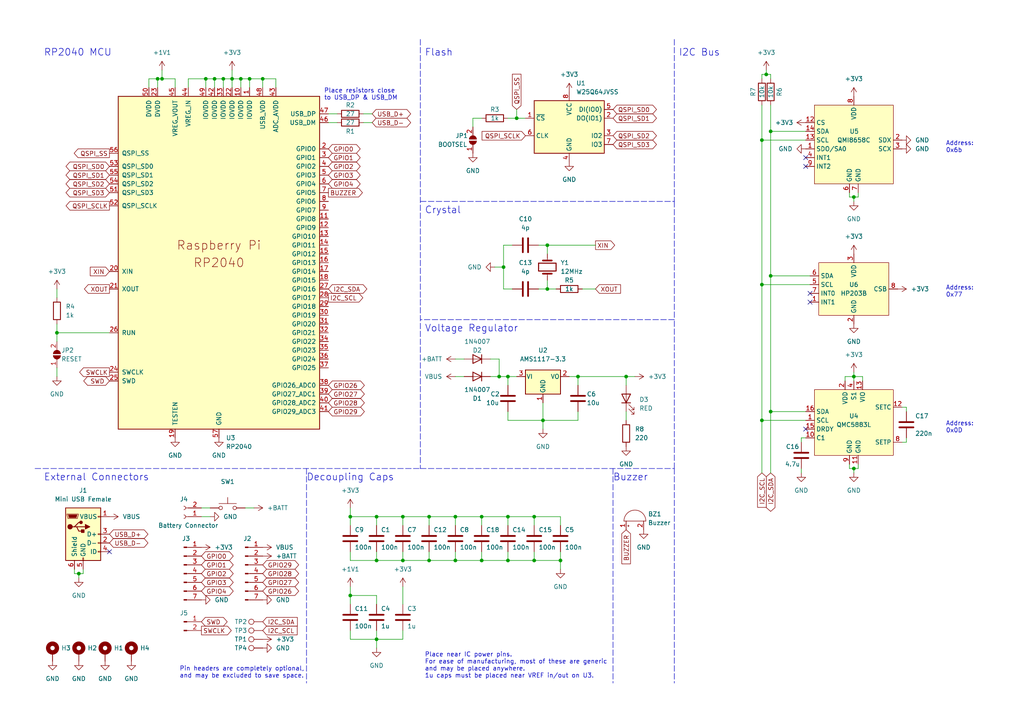
<source format=kicad_sch>
(kicad_sch (version 20211123) (generator eeschema)
  (paper "A4")
  (title_block (title "Bob Main Board") (date "2022-07-03") (rev "3B") (company "York Aerospace & Rocketry") (comment 1 "22/08/22 WH") (comment 3 "For Comment") (comment 4 "BOB_SCH"))
  (junction (at 76.2 22.86))
  (junction (at 147.32 109.22))
  (junction (at 220.98 121.92))
  (junction (at 45.72 22.86))
  (junction (at 59.69 22.86))
  (junction (at 154.94 162.56))
  (junction (at 116.84 149.86))
  (junction (at 22.86 166.37))
  (junction (at 139.7 162.56))
  (junction (at 132.08 149.86))
  (junction (at 154.94 149.86))
  (junction (at 158.75 71.12))
  (junction (at 101.6 149.86))
  (junction (at 124.46 162.56))
  (junction (at 101.6 172.72))
  (junction (at 220.98 82.55))
  (junction (at 181.61 109.22))
  (junction (at 220.98 40.64))
  (junction (at 146.05 77.47))
  (junction (at 167.64 109.22))
  (junction (at 247.65 57.15))
  (junction (at 223.52 38.1))
  (junction (at 223.52 119.38))
  (junction (at 109.22 185.42))
  (junction (at 109.22 162.56))
  (junction (at 247.65 109.22))
  (junction (at 147.32 162.56))
  (junction (at 158.75 83.82))
  (junction (at 16.51 96.52))
  (junction (at 67.31 22.86))
  (junction (at 149.86 34.29))
  (junction (at 132.08 162.56))
  (junction (at 109.22 149.86))
  (junction (at 62.23 22.86))
  (junction (at 64.77 22.86))
  (junction (at 247.65 135.89))
  (junction (at 144.78 109.22))
  (junction (at 222.25 21.59))
  (junction (at 72.39 22.86))
  (junction (at 69.85 22.86))
  (junction (at 147.32 149.86))
  (junction (at 157.48 121.92))
  (junction (at 162.56 162.56))
  (junction (at 223.52 80.01))
  (junction (at 124.46 149.86))
  (junction (at 139.7 149.86))
  (junction (at 116.84 162.56))
  (junction (at 46.99 22.86))
  (no_connect (at 233.68 124.46))
  (no_connect (at 234.95 85.09))
  (no_connect (at 234.95 87.63))
  (no_connect (at 233.68 48.26))
  (no_connect (at 233.68 45.72))
  (no_connect (at 31.75 160.02))
  (wire (pts (xy 101.6 149.86) (xy 109.22 149.86)))
  (wire (pts (xy 147.32 162.56) (xy 154.94 162.56)))
  (wire (pts (xy 109.22 172.72) (xy 109.22 175.26)))
  (polyline (pts (xy 195.58 11.43) (xy 195.58 58.42)))
  (wire (pts (xy 220.98 121.92) (xy 220.98 137.16)))
  (polyline (pts (xy 121.92 11.43) (xy 121.92 135.89)))
  (wire (pts (xy 247.65 135.89) (xy 247.65 137.16)))
  (wire (pts (xy 132.08 162.56) (xy 139.7 162.56)))
  (wire (pts (xy 162.56 160.02) (xy 162.56 162.56)))
  (polyline (pts (xy 195.58 135.89) (xy 195.58 198.12)))
  (wire (pts (xy 223.52 38.1) (xy 223.52 80.01)))
  (wire (pts (xy 223.52 80.01) (xy 234.95 80.01)))
  (wire (pts (xy 46.99 22.86) (xy 45.72 22.86)))
  (wire (pts (xy 222.25 21.59) (xy 223.52 21.59)))
  (wire (pts (xy 156.21 83.82) (xy 158.75 83.82)))
  (wire (pts (xy 76.2 22.86) (xy 76.2 25.4)))
  (wire (pts (xy 139.7 149.86) (xy 147.32 149.86)))
  (wire (pts (xy 132.08 149.86) (xy 139.7 149.86)))
  (wire (pts (xy 146.05 71.12) (xy 146.05 77.47)))
  (wire (pts (xy 72.39 22.86) (xy 76.2 22.86)))
  (wire (pts (xy 246.38 134.62) (xy 246.38 135.89)))
  (wire (pts (xy 109.22 149.86) (xy 116.84 149.86)))
  (wire (pts (xy 101.6 185.42) (xy 101.6 182.88)))
  (wire (pts (xy 247.65 107.95) (xy 247.65 109.22)))
  (wire (pts (xy 154.94 162.56) (xy 162.56 162.56)))
  (wire (pts (xy 95.25 33.02) (xy 97.79 33.02)))
  (wire (pts (xy 16.51 96.52) (xy 16.51 99.06)))
  (wire (pts (xy 154.94 149.86) (xy 154.94 152.4)))
  (polyline (pts (xy 121.92 135.89) (xy 195.58 135.89)))
  (wire (pts (xy 154.94 160.02) (xy 154.94 162.56)))
  (wire (pts (xy 162.56 165.1) (xy 162.56 162.56)))
  (wire (pts (xy 76.2 22.86) (xy 80.01 22.86)))
  (wire (pts (xy 154.94 149.86) (xy 162.56 149.86)))
  (wire (pts (xy 220.98 21.59) (xy 222.25 21.59)))
  (polyline (pts (xy 195.58 92.71) (xy 121.92 92.71)))
  (wire (pts (xy 220.98 82.55) (xy 234.95 82.55)))
  (wire (pts (xy 223.52 30.48) (xy 223.52 38.1)))
  (wire (pts (xy 220.98 30.48) (xy 220.98 40.64)))
  (wire (pts (xy 109.22 185.42) (xy 116.84 185.42)))
  (wire (pts (xy 109.22 160.02) (xy 109.22 162.56)))
  (wire (pts (xy 158.75 71.12) (xy 172.72 71.12)))
  (wire (pts (xy 232.41 127) (xy 233.68 127)))
  (wire (pts (xy 124.46 160.02) (xy 124.46 162.56)))
  (wire (pts (xy 261.62 118.11) (xy 262.89 118.11)))
  (wire (pts (xy 69.85 22.86) (xy 69.85 25.4)))
  (wire (pts (xy 43.18 25.4) (xy 43.18 22.86)))
  (wire (pts (xy 139.7 34.29) (xy 137.16 34.29)))
  (wire (pts (xy 58.42 149.86) (xy 60.96 149.86)))
  (wire (pts (xy 116.84 185.42) (xy 116.84 182.88)))
  (wire (pts (xy 158.75 83.82) (xy 161.29 83.82)))
  (wire (pts (xy 147.32 121.92) (xy 147.32 119.38)))
  (wire (pts (xy 137.16 34.29) (xy 137.16 36.83)))
  (wire (pts (xy 101.6 149.86) (xy 101.6 152.4)))
  (wire (pts (xy 144.78 109.22) (xy 147.32 109.22)))
  (wire (pts (xy 43.18 22.86) (xy 45.72 22.86)))
  (wire (pts (xy 116.84 162.56) (xy 124.46 162.56)))
  (wire (pts (xy 132.08 149.86) (xy 132.08 152.4)))
  (wire (pts (xy 109.22 162.56) (xy 116.84 162.56)))
  (wire (pts (xy 158.75 73.66) (xy 158.75 71.12)))
  (wire (pts (xy 124.46 149.86) (xy 124.46 152.4)))
  (wire (pts (xy 50.8 22.86) (xy 46.99 22.86)))
  (wire (pts (xy 116.84 149.86) (xy 116.84 152.4)))
  (polyline (pts (xy 10.16 135.89) (xy 121.92 135.89)))
  (wire (pts (xy 16.51 83.82) (xy 16.51 86.36)))
  (wire (pts (xy 220.98 40.64) (xy 233.68 40.64)))
  (wire (pts (xy 69.85 22.86) (xy 72.39 22.86)))
  (wire (pts (xy 247.65 57.15) (xy 248.92 57.15)))
  (wire (pts (xy 116.84 170.18) (xy 116.84 175.26)))
  (polyline (pts (xy 121.92 58.42) (xy 195.58 58.42)))
  (wire (pts (xy 167.64 109.22) (xy 181.61 109.22)))
  (wire (pts (xy 101.6 172.72) (xy 101.6 175.26)))
  (wire (pts (xy 16.51 93.98) (xy 16.51 96.52)))
  (wire (pts (xy 50.8 25.4) (xy 50.8 22.86)))
  (wire (pts (xy 143.51 77.47) (xy 146.05 77.47)))
  (wire (pts (xy 147.32 149.86) (xy 154.94 149.86)))
  (wire (pts (xy 146.05 77.47) (xy 146.05 83.82)))
  (wire (pts (xy 232.41 128.27) (xy 232.41 127)))
  (wire (pts (xy 146.05 83.82) (xy 148.59 83.82)))
  (wire (pts (xy 62.23 22.86) (xy 64.77 22.86)))
  (wire (pts (xy 246.38 135.89) (xy 247.65 135.89)))
  (wire (pts (xy 101.6 172.72) (xy 109.22 172.72)))
  (wire (pts (xy 116.84 160.02) (xy 116.84 162.56)))
  (wire (pts (xy 62.23 22.86) (xy 62.23 25.4)))
  (wire (pts (xy 132.08 160.02) (xy 132.08 162.56)))
  (wire (pts (xy 101.6 162.56) (xy 109.22 162.56)))
  (wire (pts (xy 16.51 106.68) (xy 16.51 109.22)))
  (wire (pts (xy 132.08 104.14) (xy 134.62 104.14)))
  (wire (pts (xy 157.48 121.92) (xy 157.48 124.46)))
  (wire (pts (xy 247.65 109.22) (xy 247.65 110.49)))
  (wire (pts (xy 223.52 38.1) (xy 233.68 38.1)))
  (wire (pts (xy 109.22 182.88) (xy 109.22 185.42)))
  (wire (pts (xy 59.69 22.86) (xy 62.23 22.86)))
  (wire (pts (xy 167.64 109.22) (xy 167.64 111.76)))
  (wire (pts (xy 116.84 149.86) (xy 124.46 149.86)))
  (wire (pts (xy 248.92 57.15) (xy 248.92 55.88)))
  (wire (pts (xy 64.77 22.86) (xy 67.31 22.86)))
  (wire (pts (xy 22.86 166.37) (xy 24.13 166.37)))
  (wire (pts (xy 220.98 82.55) (xy 220.98 121.92)))
  (wire (pts (xy 248.92 135.89) (xy 248.92 134.62)))
  (wire (pts (xy 139.7 149.86) (xy 139.7 152.4)))
  (wire (pts (xy 124.46 149.86) (xy 132.08 149.86)))
  (polyline (pts (xy 195.58 135.89) (xy 195.58 92.71)))
  (wire (pts (xy 59.69 25.4) (xy 59.69 22.86)))
  (wire (pts (xy 21.59 166.37) (xy 22.86 166.37)))
  (wire (pts (xy 181.61 109.22) (xy 181.61 111.76)))
  (wire (pts (xy 139.7 162.56) (xy 147.32 162.56)))
  (wire (pts (xy 147.32 111.76) (xy 147.32 109.22)))
  (wire (pts (xy 245.11 109.22) (xy 247.65 109.22)))
  (wire (pts (xy 24.13 165.1) (xy 24.13 166.37)))
  (wire (pts (xy 181.61 121.92) (xy 181.61 119.38)))
  (wire (pts (xy 247.65 58.42) (xy 247.65 57.15)))
  (wire (pts (xy 223.52 119.38) (xy 223.52 137.16)))
  (wire (pts (xy 149.86 31.75) (xy 149.86 34.29)))
  (polyline (pts (xy 88.9 135.89) (xy 88.9 198.12)))
  (wire (pts (xy 21.59 165.1) (xy 21.59 166.37)))
  (wire (pts (xy 168.91 83.82) (xy 172.72 83.82)))
  (wire (pts (xy 147.32 121.92) (xy 157.48 121.92)))
  (wire (pts (xy 105.41 33.02) (xy 107.95 33.02)))
  (wire (pts (xy 67.31 22.86) (xy 67.31 25.4)))
  (wire (pts (xy 147.32 149.86) (xy 147.32 152.4)))
  (wire (pts (xy 157.48 121.92) (xy 167.64 121.92)))
  (wire (pts (xy 245.11 110.49) (xy 245.11 109.22)))
  (wire (pts (xy 58.42 147.32) (xy 60.96 147.32)))
  (wire (pts (xy 22.86 167.64) (xy 22.86 166.37)))
  (wire (pts (xy 162.56 149.86) (xy 162.56 152.4)))
  (wire (pts (xy 247.65 109.22) (xy 250.19 109.22)))
  (wire (pts (xy 247.65 135.89) (xy 248.92 135.89)))
  (wire (pts (xy 101.6 170.18) (xy 101.6 172.72)))
  (wire (pts (xy 165.1 109.22) (xy 167.64 109.22)))
  (wire (pts (xy 45.72 22.86) (xy 45.72 25.4)))
  (wire (pts (xy 222.25 21.59) (xy 222.25 20.32)))
  (wire (pts (xy 246.38 57.15) (xy 247.65 57.15)))
  (wire (pts (xy 101.6 160.02) (xy 101.6 162.56)))
  (wire (pts (xy 220.98 22.86) (xy 220.98 21.59)))
  (wire (pts (xy 156.21 71.12) (xy 158.75 71.12)))
  (wire (pts (xy 250.19 109.22) (xy 250.19 110.49)))
  (wire (pts (xy 124.46 162.56) (xy 132.08 162.56)))
  (wire (pts (xy 149.86 34.29) (xy 152.4 34.29)))
  (wire (pts (xy 67.31 22.86) (xy 69.85 22.86)))
  (wire (pts (xy 54.61 25.4) (xy 54.61 22.86)))
  (wire (pts (xy 101.6 147.32) (xy 101.6 149.86)))
  (wire (pts (xy 54.61 22.86) (xy 59.69 22.86)))
  (wire (pts (xy 132.08 109.22) (xy 134.62 109.22)))
  (wire (pts (xy 147.32 160.02) (xy 147.32 162.56)))
  (wire (pts (xy 147.32 109.22) (xy 149.86 109.22)))
  (wire (pts (xy 144.78 104.14) (xy 142.24 104.14)))
  (wire (pts (xy 95.25 35.56) (xy 97.79 35.56)))
  (wire (pts (xy 64.77 22.86) (xy 64.77 25.4)))
  (wire (pts (xy 46.99 20.32) (xy 46.99 22.86)))
  (wire (pts (xy 220.98 40.64) (xy 220.98 82.55)))
  (wire (pts (xy 16.51 96.52) (xy 31.75 96.52)))
  (wire (pts (xy 158.75 81.28) (xy 158.75 83.82)))
  (wire (pts (xy 109.22 185.42) (xy 109.22 187.96)))
  (wire (pts (xy 80.01 22.86) (xy 80.01 25.4)))
  (wire (pts (xy 261.62 128.27) (xy 262.89 128.27)))
  (wire (pts (xy 71.12 147.32) (xy 73.66 147.32)))
  (wire (pts (xy 262.89 128.27) (xy 262.89 127)))
  (wire (pts (xy 223.52 80.01) (xy 223.52 119.38)))
  (wire (pts (xy 148.59 71.12) (xy 146.05 71.12)))
  (wire (pts (xy 67.31 20.32) (xy 67.31 22.86)))
  (wire (pts (xy 220.98 121.92) (xy 233.68 121.92)))
  (wire (pts (xy 147.32 34.29) (xy 149.86 34.29)))
  (polyline (pts (xy 195.58 58.42) (xy 195.58 92.71)))
  (wire (pts (xy 139.7 160.02) (xy 139.7 162.56)))
  (wire (pts (xy 109.22 149.86) (xy 109.22 152.4)))
  (wire (pts (xy 157.48 116.84) (xy 157.48 121.92)))
  (wire (pts (xy 181.61 109.22) (xy 184.15 109.22)))
  (wire (pts (xy 223.52 21.59) (xy 223.52 22.86)))
  (wire (pts (xy 246.38 55.88) (xy 246.38 57.15)))
  (wire (pts (xy 142.24 109.22) (xy 144.78 109.22)))
  (wire (pts (xy 223.52 119.38) (xy 233.68 119.38)))
  (wire (pts (xy 232.41 135.89) (xy 232.41 137.16)))
  (polyline (pts (xy 177.8 135.89) (xy 177.8 198.12)))
  (wire (pts (xy 72.39 22.86) (xy 72.39 25.4)))
  (wire (pts (xy 262.89 118.11) (xy 262.89 119.38)))
  (wire (pts (xy 105.41 35.56) (xy 107.95 35.56)))
  (wire (pts (xy 109.22 185.42) (xy 101.6 185.42)))
  (wire (pts (xy 167.64 121.92) (xy 167.64 119.38)))
  (wire (pts (xy 144.78 109.22) (xy 144.78 104.14)))
  (text "Crystal\n" (at 123.19 62.23 0) (effects (font (size 2 2)) (justify left bottom)))
  (text "Flash" (at 123.19 16.51 0) (effects (font (size 2 2)) (justify left bottom)))
  (text "Decoupling Caps" (at 88.9 139.7 0) (effects (font (size 2 2)) (justify left bottom)))
  (text "External Connectors" (at 12.7 139.7 0) (effects (font (size 2 2)) (justify left bottom)))
  (text "Address:\n0x77" (at 274.32 86.36 0) (effects (font (size 1.27 1.27)) (justify left bottom)))
  (text "Address:\n0x6b" (at 274.32 44.45 0) (effects (font (size 1.27 1.27)) (justify left bottom)))
  (text "Place resistors close \nto USB_DP & USB_DM" (at 93.98 29.21 0) (effects (font (size 1.27 1.27)) (justify left bottom)))
  (text "Address:\n0x0D" (at 274.32 125.73 0) (effects (font (size 1.27 1.27)) (justify left bottom)))
  (text "RP2040 MCU" (at 12.7 16.51 0) (effects (font (size 2 2)) (justify left bottom)))
  (text "Pin headers are completely optional, \nand may be excluded to save space." (at 52.07 196.85 0) (effects (font (size 1.27 1.27)) (justify left bottom)))
  (text "Place near IC power pins. \nFor ease of manufacturing, most of these are generic\nand may be placed anywhere.\n1u caps must be placed near VREF in/out on U3." (at 123.19 196.85 0) (effects (font (size 1.27 1.27)) (justify left bottom)))
  (text "I2C Bus" (at 196.85 16.51 0) (effects (font (size 2 2)) (justify left bottom)))
  (text "Buzzer" (at 177.8 139.7 0) (effects (font (size 2 2)) (justify left bottom)))
  (text "Voltage Regulator" (at 123.19 96.52 0) (effects (font (size 2 2)) (justify left bottom)))
  (global_label "XOUT" (shape output) (at 31.75 83.82 180) (property "Intersheet References" "${INTERSHEET_REFS}" (effects hide)))
  (global_label "SWD" (shape bidirectional) (at 31.75 110.49 180) (property "Intersheet References" "${INTERSHEET_REFS}" (effects hide)))
  (global_label "GPIO26" (shape bidirectional) (at 76.2 171.45 0) (property "Intersheet References" "${INTERSHEET_REFS}" (effects hide)))
  (global_label "BUZZER" (shape output) (at 95.25 55.88 0) (property "Intersheet References" "${INTERSHEET_REFS}" (effects hide)))
  (global_label "QSPI_SD3" (shape bidirectional) (at 31.75 55.88 180) (property "Intersheet References" "${INTERSHEET_REFS}" (effects hide)))
  (global_label "XIN" (shape input) (at 31.75 78.74 180) (property "Intersheet References" "${INTERSHEET_REFS}" (effects hide)))
  (global_label "GPIO0" (shape bidirectional) (at 95.25 43.18 0) (property "Intersheet References" "${INTERSHEET_REFS}" (effects hide)))
  (global_label "QSPI_SD1" (shape bidirectional) (at 177.8 34.29 0) (property "Intersheet References" "${INTERSHEET_REFS}" (effects hide)))
  (global_label "QSPI_SD2" (shape bidirectional) (at 31.75 53.34 180) (property "Intersheet References" "${INTERSHEET_REFS}" (effects hide)))
  (global_label "USB_D+" (shape bidirectional) (at 107.95 33.02 0) (property "Intersheet References" "${INTERSHEET_REFS}" (effects hide)))
  (global_label "GPIO4" (shape bidirectional) (at 58.42 171.45 0) (property "Intersheet References" "${INTERSHEET_REFS}" (effects hide)))
  (global_label "QSPI_SCLK" (shape input) (at 152.4 39.37 180) (property "Intersheet References" "${INTERSHEET_REFS}" (effects hide)))
  (global_label "USB_D+" (shape bidirectional) (at 31.75 154.94 0) (property "Intersheet References" "${INTERSHEET_REFS}" (effects hide)))
  (global_label "GPIO28" (shape bidirectional) (at 76.2 166.37 0) (property "Intersheet References" "${INTERSHEET_REFS}" (effects hide)))
  (global_label "QSPI_SS" (shape input) (at 149.86 31.75 90) (property "Intersheet References" "${INTERSHEET_REFS}" (effects hide)))
  (global_label "GPIO29" (shape bidirectional) (at 95.25 119.38 0) (property "Intersheet References" "${INTERSHEET_REFS}" (effects hide)))
  (global_label "QSPI_SD3" (shape bidirectional) (at 177.8 41.91 0) (property "Intersheet References" "${INTERSHEET_REFS}" (effects hide)))
  (global_label "SWD" (shape bidirectional) (at 58.42 180.34 0) (property "Intersheet References" "${INTERSHEET_REFS}" (effects hide)))
  (global_label "GPIO2" (shape bidirectional) (at 58.42 166.37 0) (property "Intersheet References" "${INTERSHEET_REFS}" (effects hide)))
  (global_label "I2C_SCL" (shape input) (at 76.2 182.88 0) (property "Intersheet References" "${INTERSHEET_REFS}" (effects hide)))
  (global_label "QSPI_SS" (shape output) (at 31.75 44.45 180) (property "Intersheet References" "${INTERSHEET_REFS}" (effects hide)))
  (global_label "USB_D-" (shape bidirectional) (at 107.95 35.56 0) (property "Intersheet References" "${INTERSHEET_REFS}" (effects hide)))
  (global_label "GPIO28" (shape bidirectional) (at 95.25 116.84 0) (property "Intersheet References" "${INTERSHEET_REFS}" (effects hide)))
  (global_label "QSPI_SD0" (shape bidirectional) (at 177.8 31.75 0) (property "Intersheet References" "${INTERSHEET_REFS}" (effects hide)))
  (global_label "QSPI_SCLK" (shape output) (at 31.75 59.69 180) (property "Intersheet References" "${INTERSHEET_REFS}" (effects hide)))
  (global_label "I2C_SCL" (shape input) (at 220.98 137.16 270) (property "Intersheet References" "${INTERSHEET_REFS}" (effects hide)))
  (global_label "GPIO1" (shape bidirectional) (at 95.25 45.72 0) (property "Intersheet References" "${INTERSHEET_REFS}" (effects hide)))
  (global_label "QSPI_SD2" (shape bidirectional) (at 177.8 39.37 0) (property "Intersheet References" "${INTERSHEET_REFS}" (effects hide)))
  (global_label "GPIO27" (shape bidirectional) (at 76.2 168.91 0) (property "Intersheet References" "${INTERSHEET_REFS}" (effects hide)))
  (global_label "QSPI_SD1" (shape bidirectional) (at 31.75 50.8 180) (property "Intersheet References" "${INTERSHEET_REFS}" (effects hide)))
  (global_label "GPIO29" (shape bidirectional) (at 76.2 163.83 0) (property "Intersheet References" "${INTERSHEET_REFS}" (effects hide)))
  (global_label "GPIO3" (shape bidirectional) (at 58.42 168.91 0) (property "Intersheet References" "${INTERSHEET_REFS}" (effects hide)))
  (global_label "XIN" (shape output) (at 172.72 71.12 0) (property "Intersheet References" "${INTERSHEET_REFS}" (effects hide)))
  (global_label "SWCLK" (shape output) (at 58.42 182.88 0) (property "Intersheet References" "${INTERSHEET_REFS}" (effects hide)))
  (global_label "I2C_SDA" (shape bidirectional) (at 95.25 83.82 0) (property "Intersheet References" "${INTERSHEET_REFS}" (effects hide)))
  (global_label "GPIO2" (shape bidirectional) (at 95.25 48.26 0) (property "Intersheet References" "${INTERSHEET_REFS}" (effects hide)))
  (global_label "XOUT" (shape input) (at 172.72 83.82 0) (property "Intersheet References" "${INTERSHEET_REFS}" (effects hide)))
  (global_label "USB_D-" (shape bidirectional) (at 31.75 157.48 0) (property "Intersheet References" "${INTERSHEET_REFS}" (effects hide)))
  (global_label "I2C_SCL" (shape output) (at 95.25 86.36 0) (property "Intersheet References" "${INTERSHEET_REFS}" (effects hide)))
  (global_label "I2C_SDA" (shape bidirectional) (at 223.52 137.16 270) (property "Intersheet References" "${INTERSHEET_REFS}" (effects hide)))
  (global_label "GPIO1" (shape bidirectional) (at 58.42 163.83 0) (property "Intersheet References" "${INTERSHEET_REFS}" (effects hide)))
  (global_label "GPIO3" (shape bidirectional) (at 95.25 50.8 0) (property "Intersheet References" "${INTERSHEET_REFS}" (effects hide)))
  (global_label "GPIO26" (shape bidirectional) (at 95.25 111.76 0) (property "Intersheet References" "${INTERSHEET_REFS}" (effects hide)))
  (global_label "GPIO4" (shape bidirectional) (at 95.25 53.34 0) (property "Intersheet References" "${INTERSHEET_REFS}" (effects hide)))
  (global_label "BUZZER" (shape input) (at 181.61 153.67 270) (property "Intersheet References" "${INTERSHEET_REFS}" (effects hide)))
  (global_label "I2C_SDA" (shape input) (at 76.2 180.34 0) (property "Intersheet References" "${INTERSHEET_REFS}" (effects hide)))
  (global_label "QSPI_SD0" (shape bidirectional) (at 31.75 48.26 180) (property "Intersheet References" "${INTERSHEET_REFS}" (effects hide)))
  (global_label "SWCLK" (shape output) (at 31.75 107.95 180) (property "Intersheet References" "${INTERSHEET_REFS}" (effects hide)))
  (global_label "GPIO0" (shape bidirectional) (at 58.42 161.29 0) (property "Intersheet References" "${INTERSHEET_REFS}" (effects hide)))
  (global_label "GPIO27" (shape bidirectional) (at 95.25 114.3 0) (property "Intersheet References" "${INTERSHEET_REFS}" (effects hide)))
  (symbol (lib_id "power:GND") (at 162.56 165.1 0) (unit 1)
    (property "Reference" "#PWR0108" (effects hide))
    (property "Value" "GND" (at 162.56 170.18 0))
  )
  (symbol (lib_id "Device:C") (at 109.22 156.21 0) (unit 1)
    (property "Reference" "C1" (at 110.49 153.67 0) (effects (justify left)))
    (property "Value" "100n" (at 110.49 158.75 0) (effects (justify left)))
    (property "Footprint" "Capacitor_SMD:C_0603_1608Metric" (effects hide))
    (property "LCSC" "C14663" (effects hide))
    (property "JLC" "0603" (effects hide))
  )
  (symbol (lib_id "Jumper:SolderJumper_2_Open") (at 16.51 102.87 90) (unit 1)
    (property "Reference" "JP2" (at 17.78 101.6 90) (effects (justify right)))
    (property "Value" "RESET" (at 17.78 104.14 90) (effects (justify right)))
    (property "Footprint" "Jumper:SolderJumper-2_P1.3mm_Open_RoundedPad1.0x1.5mm" (effects hide))
    (property "JLC" "-" (effects hide))
    (property "LCSC" "-" (effects hide))
  )
  (symbol (lib_id "power:+3.3V") (at 184.15 109.22 270) (unit 1)
    (property "Reference" "#PWR0103" (effects hide))
    (property "Value" "+3.3V" (at 187.96 109.2199 90) (effects (justify left)))
  )
  (symbol (lib_id "Device:C") (at 147.32 156.21 0) (unit 1)
    (property "Reference" "C14" (at 148.59 153.67 0) (effects (justify left)))
    (property "Value" "100n" (at 148.59 158.75 0) (effects (justify left)))
    (property "Footprint" "Capacitor_SMD:C_0603_1608Metric" (effects hide))
    (property "LCSC" "C14663" (effects hide))
    (property "JLC" "0603" (effects hide))
  )
  (symbol (lib_id "power:+3.3V") (at 101.6 147.32 0) (unit 1)
    (property "Reference" "#PWR0123" (effects hide))
    (property "Value" "+3.3V" (at 101.6 142.24 0))
  )
  (symbol (lib_id "Device:R") (at 165.1 83.82 90) (unit 1)
    (property "Reference" "R5" (at 165.1 81.28 90))
    (property "Value" "1k" (at 165.1 83.82 90))
    (property "Footprint" "Resistor_SMD:R_0603_1608Metric" (effects hide))
    (property "JLC" "0603" (effects hide))
    (property "LCSC" "C21190" (effects hide))
  )
  (symbol (lib_id "Device:C") (at 152.4 83.82 90) (unit 1)
    (property "Reference" "C13" (at 152.4 76.2 90))
    (property "Value" "4p" (at 152.4 78.74 90))
    (property "Footprint" "Capacitor_SMD:C_0603_1608Metric" (effects hide))
    (property "LCSC" "C2312234" (effects hide))
    (property "JLC" "0603" (effects hide))
  )
  (symbol (lib_id "power:+1V1") (at 46.99 20.32 0) (unit 1)
    (property "Reference" "#PWR0109" (effects hide))
    (property "Value" "+1V1" (at 46.99 15.24 0))
  )
  (symbol (lib_id "Device:LED") (at 181.61 115.57 90) (unit 1)
    (property "Reference" "D3" (at 185.42 115.8874 90) (effects (justify right)))
    (property "Value" "RED" (at 185.42 118.4274 90) (effects (justify right)))
    (property "Footprint" "LED_THT:LED_D3.0mm" (effects hide))
    (property "JLC" "DNF" (effects hide))
    (property "LCSC" "DNF" (effects hide))
  )
  (symbol (lib_id "Device:R") (at 16.51 90.17 0) (unit 1)
    (property "Reference" "R4" (at 19.05 88.8999 0) (effects (justify left)))
    (property "Value" "1k" (at 19.05 91.4399 0) (effects (justify left)))
    (property "Footprint" "Resistor_SMD:R_0603_1608Metric" (effects hide))
    (property "JLC" "0603" (effects hide))
    (property "LCSC" "C21190" (effects hide))
  )
  (symbol (lib_id "power:GND") (at 38.1 191.77 0) (unit 1)
    (property "Reference" "#PWR0138" (effects hide))
    (property "Value" "GND" (at 38.1 196.85 0))
  )
  (symbol (lib_id "power:GND") (at 143.51 77.47 270) (unit 1)
    (property "Reference" "#PWR0101" (effects hide))
    (property "Value" "GND" (at 139.7 77.4699 90) (effects (justify right)))
  )
  (symbol (lib_id "power:+3.3V") (at 58.42 158.75 270) (unit 1)
    (property "Reference" "#PWR0135" (effects hide))
    (property "Value" "+3.3V" (at 62.23 158.7499 90) (effects (justify left)))
  )
  (symbol (lib_id "power:+3.3V") (at 247.65 27.94 0) (unit 1)
    (property "Reference" "#PWR0106" (effects hide))
    (property "Value" "+3.3V" (at 247.65 22.86 0))
  )
  (symbol (lib_id "Device:R") (at 223.52 26.67 180) (unit 1)
    (property "Reference" "R6" (at 226.06 26.67 90))
    (property "Value" "10k" (at 223.52 26.67 90))
    (property "Footprint" "Resistor_SMD:R_0603_1608Metric" (effects hide))
    (property "JLC" "0603" (effects hide))
    (property "LCSC" "C25804 " (effects hide))
  )
  (symbol (lib_id "power:GND") (at 22.86 191.77 0) (unit 1)
    (property "Reference" "#PWR0139" (effects hide))
    (property "Value" "GND" (at 22.86 196.85 0))
  )
  (symbol (lib_id "power:+3.3V") (at 165.1 26.67 0) (unit 1)
    (property "Reference" "#PWR0104" (effects hide))
    (property "Value" "+3.3V" (at 165.1 21.59 0))
  )
  (symbol (lib_id "Connector:TestPoint") (at 76.2 182.88 90) (unit 1)
    (property "Reference" "TP3" (at 69.85 182.88 90))
    (property "Value" "TestPoint" (effects hide))
    (property "Footprint" "TestPoint:TestPoint_Pad_D1.0mm" (effects hide))
    (property "JLC" "-" (effects hide))
    (property "LCSC" "-" (effects hide))
  )
  (symbol (lib_id "Device:C") (at 116.84 179.07 0) (unit 1)
    (property "Reference" "C3" (at 118.11 176.53 0) (effects (justify left)))
    (property "Value" "1u" (at 118.11 181.61 0) (effects (justify left)))
    (property "Footprint" "Capacitor_SMD:C_0603_1608Metric" (effects hide))
    (property "LCSC" "C23969" (effects hide))
    (property "JLC" "0603" (effects hide))
  )
  (symbol (lib_id "Device:C") (at 101.6 156.21 0) (unit 1)
    (property "Reference" "C9" (at 102.87 153.67 0) (effects (justify left)))
    (property "Value" "100n" (at 102.87 158.75 0) (effects (justify left)))
    (property "Footprint" "Capacitor_SMD:C_0603_1608Metric" (effects hide))
    (property "LCSC" "C14663" (effects hide))
    (property "JLC" "0603" (effects hide))
  )
  (symbol (lib_id "power:+3.3V") (at 16.51 83.82 0) (unit 1)
    (property "Reference" "#PWR0111" (effects hide))
    (property "Value" "+3.3V" (at 16.51 78.74 0))
  )
  (symbol (lib_id "Connector:Conn_01x02_Male") (at 53.34 180.34 0) (unit 1)
    (property "Reference" "J5" (at 53.34 177.8 0))
    (property "Value" "Conn_01x03_Male" (effects hide))
    (property "Footprint" "Connector_PinHeader_2.54mm:PinHeader_1x02_P2.54mm_Vertical" (effects hide))
    (property "JLC" "DNF" (effects hide))
    (property "LCSC" "DNF" (effects hide))
  )
  (symbol (lib_id "power:GND") (at 76.2 187.96 90) (unit 1)
    (property "Reference" "#PWR0143" (effects hide))
    (property "Value" "GND" (at 80.01 187.9599 90) (effects (justify right)))
  )
  (symbol (lib_id "Device:C") (at 132.08 156.21 0) (unit 1)
    (property "Reference" "C8" (at 133.35 153.67 0) (effects (justify left)))
    (property "Value" "100n" (at 133.35 158.75 0) (effects (justify left)))
    (property "Footprint" "Capacitor_SMD:C_0603_1608Metric" (effects hide))
    (property "LCSC" "C14663" (effects hide))
    (property "JLC" "0603" (effects hide))
  )
  (symbol (lib_id "power:GND") (at 137.16 44.45 0) (unit 1)
    (property "Reference" "#PWR0110" (effects hide))
    (property "Value" "GND" (at 137.16 49.53 0))
  )
  (symbol (lib_id "Device:R") (at 101.6 33.02 90) (unit 1)
    (property "Reference" "R2" (at 101.6 30.48 90))
    (property "Value" "27" (at 101.6 33.02 90))
    (property "Footprint" "Resistor_SMD:R_0603_1608Metric_Pad0.98x0.95mm_HandSolder" (effects hide))
    (property "JLC" "0603" (effects hide))
    (property "LCSC" "C25190" (effects hide))
  )
  (symbol (lib_id "power:GND") (at 261.62 40.64 90) (unit 1)
    (property "Reference" "#PWR0149" (effects hide))
    (property "Value" "GND" (at 265.43 40.6399 90) (effects (justify right)))
  )
  (symbol (lib_id "power:GND") (at 58.42 173.99 90) (unit 1)
    (property "Reference" "#PWR0136" (effects hide))
    (property "Value" "GND" (at 62.23 173.9899 90) (effects (justify right)))
  )
  (symbol (lib_id "power:GND") (at 232.41 137.16 0) (unit 1)
    (property "Reference" "#PWR0147" (effects hide))
    (property "Value" "GND" (at 232.41 142.24 0))
  )
  (symbol (lib_id "Memory_Flash:W25Q32JVSS") (at 165.1 36.83 0) (unit 1)
    (property "Reference" "U1" (at 167.1194 24.13 0) (effects (justify left)))
    (property "Value" "W25Q64JVSS" (at 167.1194 26.67 0) (effects (justify left)))
    (property "Footprint" "Package_SO:SOIC-8_5.23x5.23mm_P1.27mm" (effects hide))
    (property "Datasheet" "http://www.winbond.com/resource-files/w25q32jv%20revg%2003272018%20plus.pdf" (effects hide))
    (property "JLC" "SOP-8_5.2x5.3x1.27P" (effects hide))
    (property "LCSC" "C83140" (effects hide))
  )
  (symbol (lib_id "power:GND") (at 186.69 153.67 0) (unit 1)
    (property "Reference" "#PWR0133" (effects hide))
    (property "Value" "GND" (at 186.69 158.75 0))
  )
  (symbol (lib_id "power:+3.3V") (at 260.35 83.82 270) (unit 1)
    (property "Reference" "#PWR0141" (effects hide))
    (property "Value" "+3.3V" (at 264.16 83.8199 90) (effects (justify left)))
  )
  (symbol (lib_id "Device:C") (at 147.32 115.57 0) (mirror y) (unit 1)
    (property "Reference" "C2" (at 142.24 114.3 0) (effects (justify right)))
    (property "Value" "10u" (at 140.97 116.84 0) (effects (justify right)))
    (property "Footprint" "Capacitor_SMD:C_0603_1608Metric" (effects hide))
    (property "JLC" "0603" (effects hide))
    (property "LCSC" "C96446" (effects hide))
  )
  (symbol (lib_id "power:GND") (at 165.1 46.99 0) (unit 1)
    (property "Reference" "#PWR0105" (effects hide))
    (property "Value" "GND" (at 165.1 52.07 0))
  )
  (symbol (lib_id "Mechanical:MountingHole_Pad") (at 15.24 189.23 0) (unit 1)
    (property "Reference" "H3" (at 17.78 187.9599 0) (effects (justify left)))
    (property "Value" "MountingHole_Pad" (effects hide))
    (property "Footprint" "MountingHole:MountingHole_2.2mm_M2_DIN965_Pad" (effects hide))
    (property "JLC" "-" (effects hide))
    (property "LCSC" "-" (effects hide))
  )
  (symbol (lib_id "power:+3.3V") (at 67.31 20.32 0) (unit 1)
    (property "Reference" "#PWR0112" (effects hide))
    (property "Value" "+3.3V" (at 67.31 15.24 0))
  )
  (symbol (lib_id "power:+BATT") (at 73.66 147.32 270) (unit 1)
    (property "Reference" "#PWR0119" (effects hide))
    (property "Value" "+BATT" (at 77.47 147.3199 90) (effects (justify left)))
  )
  (symbol (lib_id "Device:R") (at 101.6 35.56 90) (unit 1)
    (property "Reference" "R1" (at 101.6 38.1 90))
    (property "Value" "27" (at 101.6 35.56 90))
    (property "Footprint" "Resistor_SMD:R_0603_1608Metric_Pad0.98x0.95mm_HandSolder" (effects hide))
    (property "JLC" "0603" (effects hide))
    (property "LCSC" "C25190" (effects hide))
  )
  (symbol (lib_id "power:GND") (at 247.65 137.16 0) (unit 1)
    (property "Reference" "#PWR0148" (effects hide))
    (property "Value" "GND" (at 247.65 142.24 0))
  )
  (symbol (lib_id "power:+BATT") (at 76.2 161.29 270) (mirror x) (unit 1)
    (property "Reference" "#PWR0124" (effects hide))
    (property "Value" "+BATT" (at 80.01 161.2901 90) (effects (justify left)))
  )
  (symbol (lib_id "Switch:SW_Push") (at 66.04 147.32 0) (unit 1)
    (property "Reference" "SW1" (at 66.04 139.7 0))
    (property "Value" "Screw Switch" (effects hide))
    (property "Footprint" "Connector:Screw_Switch_M2" (effects hide))
    (property "JLC" "DNF" (effects hide))
    (property "LCSC" "DNF" (effects hide))
  )
  (symbol (lib_id "power:+3.3V") (at 247.65 107.95 0) (unit 1)
    (property "Reference" "#PWR0146" (effects hide))
    (property "Value" "+3.3V" (at 247.65 102.87 0))
  )
  (symbol (lib_id "power:GND") (at 76.2 173.99 90) (mirror x) (unit 1)
    (property "Reference" "#PWR0127" (effects hide))
    (property "Value" "GND" (at 80.01 173.9901 90) (effects (justify right)))
  )
  (symbol (lib_id "power:GND") (at 16.51 109.22 0) (unit 1)
    (property "Reference" "#PWR0115" (effects hide))
    (property "Value" "GND" (at 16.51 114.3 0))
  )
  (symbol (lib_id "power:GND") (at 63.5 127 0) (unit 1)
    (property "Reference" "#PWR0114" (effects hide))
    (property "Value" "GND" (at 63.5 132.08 0))
  )
  (symbol (lib_id "Device:R") (at 143.51 34.29 90) (unit 1)
    (property "Reference" "R3" (at 143.51 31.75 90))
    (property "Value" "1k" (at 143.51 34.29 90))
    (property "Footprint" "Resistor_SMD:R_0603_1608Metric" (effects hide))
    (property "JLC" "0603" (effects hide))
    (property "LCSC" "C21190" (effects hide))
  )
  (symbol (lib_id "Connector:TestPoint") (at 76.2 187.96 90) (unit 1)
    (property "Reference" "TP4" (at 69.85 187.96 90))
    (property "Value" "TestPoint" (effects hide))
    (property "Footprint" "TestPoint:TestPoint_Pad_D1.0mm" (effects hide))
    (property "JLC" "-" (effects hide))
    (property "LCSC" "-" (effects hide))
  )
  (symbol (lib_id "Connector:Conn_01x02_Female") (at 53.34 149.86 180) (unit 1)
    (property "Reference" "J4" (at 53.34 144.78 0))
    (property "Value" "Battery Connector" (at 54.61 152.4 0))
    (property "Footprint" "Connector_Wire:Compact_Relief" (effects hide))
    (property "JLC" "-" (effects hide))
    (property "LCSC" "-" (effects hide))
  )
  (symbol (lib_id "Connector:TestPoint") (at 76.2 180.34 90) (unit 1)
    (property "Reference" "TP2" (at 69.85 180.34 90))
    (property "Value" "TestPoint" (effects hide))
    (property "Footprint" "TestPoint:TestPoint_Pad_D1.0mm" (effects hide))
    (property "JLC" "-" (effects hide))
    (property "LCSC" "-" (effects hide))
  )
  (symbol (lib_id "Device:C") (at 167.64 115.57 0) (mirror y) (unit 1)
    (property "Reference" "C6" (at 170.18 114.3 0) (effects (justify right)))
    (property "Value" "10u" (at 170.18 116.84 0) (effects (justify right)))
    (property "Footprint" "Capacitor_SMD:C_0603_1608Metric" (effects hide))
    (property "JLC" "0603" (effects hide))
    (property "LCSC" "C96446" (effects hide))
  )
  (symbol (lib_id "Connector:Conn_01x07_Male") (at 71.12 166.37 0) (unit 1)
    (property "Reference" "J2" (at 71.755 156.21 0))
    (property "Value" "GPIO (Optional)" (effects hide))
    (property "Footprint" "Connector_PinHeader_2.54mm:PinHeader_1x07_P2.54mm_Vertical_NoSilk" (effects hide))
    (property "JLC" "DNF" (effects hide))
    (property "LCSC" "DNF" (effects hide))
  )
  (symbol (lib_id "power:+1V1") (at 101.6 170.18 0) (unit 1)
    (property "Reference" "#PWR0125" (effects hide))
    (property "Value" "+1V1" (at 101.6 165.1 0))
  )
  (symbol (lib_id "power:GND") (at 181.61 129.54 0) (unit 1)
    (property "Reference" "#PWR0132" (effects hide))
    (property "Value" "GND" (at 181.61 134.62 0))
  )
  (symbol (lib_id "power:+3.3V") (at 247.65 73.66 0) (unit 1)
    (property "Reference" "#PWR0134" (effects hide))
    (property "Value" "+3.3V" (at 247.65 68.58 0))
  )
  (symbol (lib_id "power:GND") (at 22.86 167.64 0) (unit 1)
    (property "Reference" "#PWR0116" (effects hide))
    (property "Value" "GND" (at 22.86 172.72 0))
  )
  (symbol (lib_id "power:GND") (at 50.8 127 0) (unit 1)
    (property "Reference" "#PWR0113" (effects hide))
    (property "Value" "GND" (at 50.8 132.08 0))
  )
  (symbol (lib_id "YAR_Sensors:QMI8658C") (at 247.65 41.91 0) (unit 1)
    (property "Reference" "U5" (at 246.38 38.1 0) (effects (justify left)))
    (property "Value" "QMI8658C" (at 247.65 40.64 0))
    (property "Footprint" "Silicon-Custom:14LGA_2.5x3.0" (effects hide))
    (property "Datasheet" "https://datasheet.lcsc.com/lcsc/2108161930_QST-QMI8658C_C2842151.pdf" (effects hide))
    (property "JLC" "LGA-14" (effects hide))
    (property "LCSC" "C2842151" (effects hide))
  )
  (symbol (lib_id "power:+3.3V") (at 233.68 35.56 90) (unit 1)
    (property "Reference" "#PWR0129" (effects hide))
    (property "Value" "+3.3V" (at 224.79 35.56 90) (effects (justify right)))
  )
  (symbol (lib_id "Device:C") (at 116.84 156.21 0) (unit 1)
    (property "Reference" "C7" (at 118.11 153.67 0) (effects (justify left)))
    (property "Value" "100n" (at 118.11 158.75 0) (effects (justify left)))
    (property "Footprint" "Capacitor_SMD:C_0603_1608Metric" (effects hide))
    (property "LCSC" "C14663" (effects hide))
    (property "JLC" "0603" (effects hide))
  )
  (symbol (lib_id "power:+3.3V") (at 222.25 20.32 0) (unit 1)
    (property "Reference" "#PWR0128" (effects hide))
    (property "Value" "+3.3V" (at 222.25 15.24 0))
  )
  (symbol (lib_id "Device:C") (at 262.89 123.19 180) (unit 1)
    (property "Reference" "C17" (at 265.43 120.65 0) (effects (justify right)))
    (property "Value" "220n" (at 265.43 125.73 0) (effects (justify right)))
    (property "Footprint" "Capacitor_SMD:C_0603_1608Metric" (effects hide))
    (property "JLC" "0603" (effects hide))
    (property "LCSC" "C21120" (effects hide))
  )
  (symbol (lib_id "power:VBUS") (at 31.75 149.86 270) (unit 1)
    (property "Reference" "#PWR0117" (effects hide))
    (property "Value" "VBUS" (at 35.56 149.8599 90) (effects (justify left)))
  )
  (symbol (lib_id "power:GND") (at 247.65 58.42 0) (unit 1)
    (property "Reference" "#PWR0130" (effects hide))
    (property "Value" "GND" (at 247.65 63.5 0))
  )
  (symbol (lib_id "Device:C") (at 109.22 179.07 0) (unit 1)
    (property "Reference" "C4" (at 110.49 176.53 0) (effects (justify left)))
    (property "Value" "1u" (at 110.49 181.61 0) (effects (justify left)))
    (property "Footprint" "Capacitor_SMD:C_0603_1608Metric" (effects hide))
    (property "LCSC" "C23969" (effects hide))
    (property "JLC" "0603" (effects hide))
  )
  (symbol (lib_id "Device:R") (at 181.61 125.73 0) (unit 1)
    (property "Reference" "R8" (at 184.15 124.4599 0) (effects (justify left)))
    (property "Value" "220" (at 184.15 126.9999 0) (effects (justify left)))
    (property "Footprint" "Resistor_SMD:R_0603_1608Metric" (effects hide))
    (property "JLC" "0603" (effects hide))
    (property "LCSC" "C22775" (effects hide))
  )
  (symbol (lib_id "Mechanical:MountingHole_Pad") (at 38.1 189.23 0) (unit 1)
    (property "Reference" "H4" (at 40.64 187.9599 0) (effects (justify left)))
    (property "Value" "MountingHole_Pad" (effects hide))
    (property "Footprint" "MountingHole:MountingHole_2.2mm_M2_DIN965_Pad" (effects hide))
    (property "JLC" "-" (effects hide))
    (property "LCSC" "-" (effects hide))
  )
  (symbol (lib_id "Device:C") (at 101.6 179.07 0) (unit 1)
    (property "Reference" "C11" (at 102.87 176.53 0) (effects (justify left)))
    (property "Value" "100n" (at 102.87 181.61 0) (effects (justify left)))
    (property "Footprint" "Capacitor_SMD:C_0603_1608Metric" (effects hide))
    (property "LCSC" "C14663" (effects hide))
    (property "JLC" "0603" (effects hide))
  )
  (symbol (lib_id "Mechanical:MountingHole_Pad") (at 30.48 189.23 0) (unit 1)
    (property "Reference" "H1" (at 33.02 187.9599 0) (effects (justify left)))
    (property "Value" "MountingHole_Pad" (effects hide))
    (property "Footprint" "MountingHole:MountingHole_2.2mm_M2_DIN965_Pad" (effects hide))
    (property "JLC" "-" (effects hide))
    (property "LCSC" "-" (effects hide))
  )
  (symbol (lib_id "power:GND") (at 60.96 149.86 90) (unit 1)
    (property "Reference" "#PWR0118" (effects hide))
    (property "Value" "GND" (at 64.77 149.8599 90) (effects (justify right)))
  )
  (symbol (lib_id "power:GND") (at 233.68 43.18 270) (unit 1)
    (property "Reference" "#PWR0107" (effects hide))
    (property "Value" "GND" (at 229.87 43.1799 90) (effects (justify right)))
  )
  (symbol (lib_id "power:GND") (at 30.48 191.77 0) (unit 1)
    (property "Reference" "#PWR0140" (effects hide))
    (property "Value" "GND" (at 30.48 196.85 0))
  )
  (symbol (lib_id "Connector:USB_OTG") (at 24.13 154.94 0) (unit 1)
    (property "Reference" "J1" (at 24.13 142.24 0))
    (property "Value" "Mini USB Female" (at 24.13 144.78 0))
    (property "Footprint" "Connector_USB:USB_Mini-B_Lumberg_2486_01_Horizontal" (effects hide))
    (property "Datasheet" " ~" (effects hide))
    (property "JLC" "SMD" (effects hide))
    (property "LCSC" "C2681563" (effects hide))
  )
  (symbol (lib_id "Connector:TestPoint") (at 76.2 185.42 90) (unit 1)
    (property "Reference" "TP1" (at 69.85 185.42 90))
    (property "Value" "TestPoint" (effects hide))
    (property "Footprint" "TestPoint:TestPoint_Pad_D1.0mm" (effects hide))
    (property "JLC" "-" (effects hide))
    (property "LCSC" "-" (effects hide))
  )
  (symbol (lib_id "Diode:1N914") (at 138.43 109.22 0) (mirror y) (unit 1)
    (property "Reference" "D1" (at 138.43 115.57 0))
    (property "Value" "1N4007" (at 138.43 113.03 0))
    (property "Footprint" "Diode_SMD:D_SOD-123" (effects hide))
    (property "Datasheet" "http://www.vishay.com/docs/85622/1n914.pdf" (effects hide))
    (property "LCSC" "C727081" (effects hide))
    (property "JLC" "SOD-123FL" (effects hide))
  )
  (symbol (lib_id "Device:C") (at 162.56 156.21 0) (unit 1)
    (property "Reference" "C5" (at 163.83 153.67 0) (effects (justify left)))
    (property "Value" "100n" (at 163.83 158.75 0) (effects (justify left)))
    (property "Footprint" "Capacitor_SMD:C_0603_1608Metric" (effects hide))
    (property "LCSC" "C14663" (effects hide))
    (property "JLC" "0603" (effects hide))
  )
  (symbol (lib_id "Device:C") (at 139.7 156.21 0) (unit 1)
    (property "Reference" "C18" (at 140.97 153.67 0) (effects (justify left)))
    (property "Value" "100n" (at 140.97 158.75 0) (effects (justify left)))
    (property "Footprint" "Capacitor_SMD:C_0603_1608Metric" (effects hide))
    (property "LCSC" "C14663" (effects hide))
    (property "JLC" "0603" (effects hide))
  )
  (symbol (lib_id "power:GND") (at 247.65 93.98 0) (unit 1)
    (property "Reference" "#PWR0142" (effects hide))
    (property "Value" "GND" (at 247.65 99.06 0))
  )
  (symbol (lib_id "Diode:1N914") (at 138.43 104.14 0) (mirror y) (unit 1)
    (property "Reference" "D2" (at 138.43 101.6 0))
    (property "Value" "1N4007" (at 138.43 99.06 0))
    (property "Footprint" "Diode_SMD:D_SOD-123" (effects hide))
    (property "Datasheet" "http://www.vishay.com/docs/85622/1n914.pdf" (effects hide))
    (property "LCSC" "C727081" (effects hide))
    (property "JLC" "SOD-123FL" (effects hide))
  )
  (symbol (lib_id "Mechanical:MountingHole_Pad") (at 22.86 189.23 0) (unit 1)
    (property "Reference" "H2" (at 25.4 187.9599 0) (effects (justify left)))
    (property "Value" "MountingHole_Pad" (effects hide))
    (property "Footprint" "MountingHole:MountingHole_2.2mm_M2_DIN965_Pad" (effects hide))
    (property "JLC" "-" (effects hide))
    (property "LCSC" "-" (effects hide))
  )
  (symbol (lib_id "Jumper:SolderJumper_2_Open") (at 137.16 40.64 90) (unit 1)
    (property "Reference" "JP1" (at 132.08 39.37 90) (effects (justify right)))
    (property "Value" "BOOTSEL" (at 127 41.91 90) (effects (justify right)))
    (property "Footprint" "Jumper:SolderJumper-2_P1.3mm_Open_RoundedPad1.0x1.5mm" (effects hide))
    (property "JLC" "-" (effects hide))
    (property "LCSC" "-" (effects hide))
  )
  (symbol (lib_id "Device:C") (at 124.46 156.21 0) (unit 1)
    (property "Reference" "C12" (at 125.73 153.67 0) (effects (justify left)))
    (property "Value" "100n" (at 125.73 158.75 0) (effects (justify left)))
    (property "Footprint" "Capacitor_SMD:C_0603_1608Metric" (effects hide))
    (property "LCSC" "C14663" (effects hide))
    (property "JLC" "0603" (effects hide))
  )
  (symbol (lib_id "Connector:Conn_01x07_Male") (at 53.34 166.37 0) (unit 1)
    (property "Reference" "J3" (at 53.975 156.21 0))
    (property "Value" "GPIO (Optional)" (effects hide))
    (property "Footprint" "Connector_PinHeader_2.54mm:PinHeader_1x07_P2.54mm_Vertical_NoSilk" (effects hide))
    (property "JLC" "DNF" (effects hide))
    (property "LCSC" "DNF" (effects hide))
  )
  (symbol (lib_id "YAR_Sensors:HP203B") (at 247.65 83.82 0) (unit 1)
    (property "Reference" "U6" (at 247.65 82.55 0))
    (property "Value" "HP203B" (at 247.65 85.09 0))
    (property "Footprint" "RP2040_minimal:LGA-8_3.6x3.8x0.9P" (effects hide))
    (property "JLC" "LGA-8_3.6x3.8x0.9P" (effects hide))
    (property "LCSC" "C138665" (effects hide))
  )
  (symbol (lib_id "power:VBUS") (at 132.08 109.22 90) (mirror x) (unit 1)
    (property "Reference" "#PWR0120" (effects hide))
    (property "Value" "VBUS" (at 128.27 109.2201 90) (effects (justify left)))
  )
  (symbol (lib_id "power:GND") (at 15.24 191.77 0) (unit 1)
    (property "Reference" "#PWR0137" (effects hide))
    (property "Value" "GND" (at 15.24 196.85 0))
  )
  (symbol (lib_id "power:GND") (at 157.48 124.46 0) (unit 1)
    (property "Reference" "#PWR0102" (effects hide))
    (property "Value" "GND" (at 157.48 129.54 0))
  )
  (symbol (lib_id "Device:C") (at 154.94 156.21 0) (unit 1)
    (property "Reference" "C15" (at 156.21 153.67 0) (effects (justify left)))
    (property "Value" "100n" (at 156.21 158.75 0) (effects (justify left)))
    (property "Footprint" "Capacitor_SMD:C_0603_1608Metric" (effects hide))
    (property "LCSC" "C14663" (effects hide))
    (property "JLC" "0603" (effects hide))
  )
  (symbol (lib_id "Device:C") (at 152.4 71.12 90) (unit 1)
    (property "Reference" "C10" (at 152.4 63.5 90))
    (property "Value" "4p" (at 152.4 66.04 90))
    (property "Footprint" "Capacitor_SMD:C_0603_1608Metric" (effects hide))
    (property "LCSC" "C2312234" (effects hide))
    (property "JLC" "0603" (effects hide))
  )
  (symbol (lib_id "Device:Buzzer") (at 184.15 151.13 90) (unit 1)
    (property "Reference" "BZ1" (at 187.96 149.0979 90) (effects (justify right)))
    (property "Value" "Buzzer" (at 187.96 151.6379 90) (effects (justify right)))
    (property "Footprint" "Buzzer_Beeper:Buzzer_12x9.5RM7.6" (effects hide))
    (property "JLC" "DNF" (effects hide))
    (property "LCSC" "DNF" (effects hide))
  )
  (symbol (lib_id "Device:Crystal") (at 158.75 77.47 90) (unit 1)
    (property "Reference" "Y1" (at 162.56 76.1999 90) (effects (justify right)))
    (property "Value" "12MHz" (at 162.56 78.7399 90) (effects (justify right)))
    (property "Footprint" "Crystal:Crystal_SMD_5032-2Pin_5.0x3.2mm" (effects hide))
    (property "LCSC" "C90884" (effects hide))
    (property "JLC" "5032" (effects hide))
  )
  (symbol (lib_id "power:+BATT") (at 132.08 104.14 90) (mirror x) (unit 1)
    (property "Reference" "#PWR0121" (effects hide))
    (property "Value" "+BATT" (at 128.27 104.1401 90) (effects (justify left)))
  )
  (symbol (lib_id "power:+3.3V") (at 76.2 185.42 270) (unit 1)
    (property "Reference" "#PWR0144" (effects hide))
    (property "Value" "+3.3V" (at 80.01 185.4199 90) (effects (justify left)))
  )
  (symbol (lib_id "Regulator_Linear:NCP1117-3.3_SOT223") (at 157.48 109.22 0) (unit 1)
    (property "Reference" "U2" (at 157.48 101.6 0))
    (property "Value" "AMS1117-3.3" (at 157.48 104.14 0))
    (property "Footprint" "Package_TO_SOT_SMD:SOT-223-3_TabPin2" (effects hide))
    (property "Datasheet" "http://www.onsemi.com/pub_link/Collateral/NCP1117-D.PDF" (effects hide))
    (property "LCSC" "C6186" (effects hide))
    (property "JLC" "SOT-223" (effects hide))
  )
  (symbol (lib_id "power:VBUS") (at 76.2 158.75 270) (unit 1)
    (property "Reference" "#PWR0145" (effects hide))
    (property "Value" "VBUS" (at 80.01 158.7499 90) (effects (justify left)))
  )
  (symbol (lib_id "power:GND") (at 109.22 187.96 0) (unit 1)
    (property "Reference" "#PWR0126" (effects hide))
    (property "Value" "GND" (at 109.22 193.04 0))
  )
  (symbol (lib_id "power:+3.3V") (at 116.84 170.18 0) (unit 1)
    (property "Reference" "#PWR0122" (effects hide))
    (property "Value" "+3.3V" (at 116.84 165.1 0))
  )
  (symbol (lib_id "YAR_Sensors:QMC5883L") (at 247.65 123.19 0) (unit 1)
    (property "Reference" "U4" (at 247.65 120.65 0))
    (property "Value" "QMC5883L" (at 247.65 123.19 0))
    (property "Footprint" "Silicon-Custom:LGA-16-3X3" (effects hide))
    (property "LCSC" "C976032" (effects hide))
    (property "JLC" "LGA-16" (effects hide))
  )
  (symbol (lib_id "Device:R") (at 220.98 26.67 180) (unit 1)
    (property "Reference" "R7" (at 218.44 26.67 90))
    (property "Value" "10k" (at 220.98 26.67 90))
    (property "Footprint" "Resistor_SMD:R_0603_1608Metric" (effects hide))
    (property "JLC" "0603" (effects hide))
    (property "LCSC" "C25804 " (effects hide))
  )
  (symbol (lib_id "Device:C") (at 232.41 132.08 180) (unit 1)
    (property "Reference" "C16" (at 229.87 129.54 0))
    (property "Value" "4.7u" (at 229.87 134.62 0))
    (property "Footprint" "Capacitor_SMD:C_0603_1608Metric" (effects hide))
    (property "JLC" "0603" (effects hide))
    (property "LCSC" "C19666" (effects hide))
  )
  (symbol (lib_id "power:GND") (at 261.62 43.18 90) (unit 1)
    (property "Reference" "#PWR0131" (effects hide))
    (property "Value" "GND" (at 265.43 43.1799 90) (effects (justify right)))
  )
  (symbol (lib_id "MCU_RaspberryPi_RP2040:RP2040") (at 63.5 76.2 0) (unit 1)
    (property "Reference" "U3" (at 65.5194 127 0) (effects (justify left)))
    (property "Value" "RP2040" (at 65.5194 129.54 0) (effects (justify left)))
    (property "Footprint" "RP2040_minimal:RP2040-QFN-56_HS" (effects hide))
    (property "LCSC" "C2040" (effects hide))
    (property "JLC" "LQFN-56_EP_7.0x7.0x0.4P" (effects hide))
  )
)
</source>
